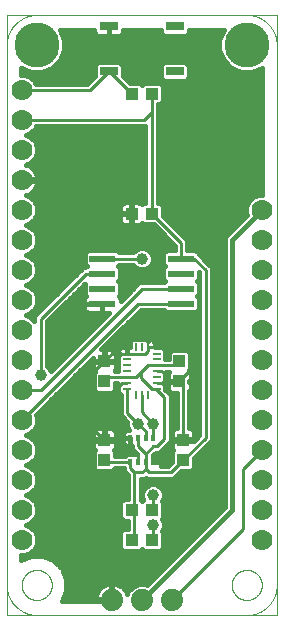
<source format=gtl>
G75*
%MOIN*%
%OFA0B0*%
%FSLAX25Y25*%
%IPPOS*%
%LPD*%
%AMOC8*
5,1,8,0,0,1.08239X$1,22.5*
%
%ADD10C,0.00000*%
%ADD11R,0.03937X0.04331*%
%ADD12C,0.07400*%
%ADD13C,0.15000*%
%ADD14C,0.07000*%
%ADD15R,0.04331X0.03937*%
%ADD16R,0.02657X0.00984*%
%ADD17R,0.00984X0.02657*%
%ADD18R,0.01378X0.01969*%
%ADD19R,0.06000X0.03000*%
%ADD20R,0.08661X0.02362*%
%ADD21C,0.01600*%
%ADD22C,0.01000*%
%ADD23C,0.03962*%
D10*
X0005000Y0004300D02*
X0005000Y0204261D01*
X0094951Y0204261D01*
X0094951Y0004300D01*
X0005000Y0004300D01*
X0005000Y0014300D02*
X0005000Y0194300D01*
X0005003Y0194542D01*
X0005012Y0194783D01*
X0005026Y0195024D01*
X0005047Y0195265D01*
X0005073Y0195505D01*
X0005105Y0195745D01*
X0005143Y0195984D01*
X0005186Y0196221D01*
X0005236Y0196458D01*
X0005291Y0196693D01*
X0005351Y0196927D01*
X0005418Y0197159D01*
X0005489Y0197390D01*
X0005567Y0197619D01*
X0005650Y0197846D01*
X0005738Y0198071D01*
X0005832Y0198294D01*
X0005931Y0198514D01*
X0006036Y0198732D01*
X0006145Y0198947D01*
X0006260Y0199160D01*
X0006380Y0199370D01*
X0006505Y0199576D01*
X0006635Y0199780D01*
X0006770Y0199981D01*
X0006910Y0200178D01*
X0007054Y0200372D01*
X0007203Y0200562D01*
X0007357Y0200748D01*
X0007515Y0200931D01*
X0007677Y0201110D01*
X0007844Y0201285D01*
X0008015Y0201456D01*
X0008190Y0201623D01*
X0008369Y0201785D01*
X0008552Y0201943D01*
X0008738Y0202097D01*
X0008928Y0202246D01*
X0009122Y0202390D01*
X0009319Y0202530D01*
X0009520Y0202665D01*
X0009724Y0202795D01*
X0009930Y0202920D01*
X0010140Y0203040D01*
X0010353Y0203155D01*
X0010568Y0203264D01*
X0010786Y0203369D01*
X0011006Y0203468D01*
X0011229Y0203562D01*
X0011454Y0203650D01*
X0011681Y0203733D01*
X0011910Y0203811D01*
X0012141Y0203882D01*
X0012373Y0203949D01*
X0012607Y0204009D01*
X0012842Y0204064D01*
X0013079Y0204114D01*
X0013316Y0204157D01*
X0013555Y0204195D01*
X0013795Y0204227D01*
X0014035Y0204253D01*
X0014276Y0204274D01*
X0014517Y0204288D01*
X0014758Y0204297D01*
X0015000Y0204300D01*
X0085000Y0204300D01*
X0085242Y0204297D01*
X0085483Y0204288D01*
X0085724Y0204274D01*
X0085965Y0204253D01*
X0086205Y0204227D01*
X0086445Y0204195D01*
X0086684Y0204157D01*
X0086921Y0204114D01*
X0087158Y0204064D01*
X0087393Y0204009D01*
X0087627Y0203949D01*
X0087859Y0203882D01*
X0088090Y0203811D01*
X0088319Y0203733D01*
X0088546Y0203650D01*
X0088771Y0203562D01*
X0088994Y0203468D01*
X0089214Y0203369D01*
X0089432Y0203264D01*
X0089647Y0203155D01*
X0089860Y0203040D01*
X0090070Y0202920D01*
X0090276Y0202795D01*
X0090480Y0202665D01*
X0090681Y0202530D01*
X0090878Y0202390D01*
X0091072Y0202246D01*
X0091262Y0202097D01*
X0091448Y0201943D01*
X0091631Y0201785D01*
X0091810Y0201623D01*
X0091985Y0201456D01*
X0092156Y0201285D01*
X0092323Y0201110D01*
X0092485Y0200931D01*
X0092643Y0200748D01*
X0092797Y0200562D01*
X0092946Y0200372D01*
X0093090Y0200178D01*
X0093230Y0199981D01*
X0093365Y0199780D01*
X0093495Y0199576D01*
X0093620Y0199370D01*
X0093740Y0199160D01*
X0093855Y0198947D01*
X0093964Y0198732D01*
X0094069Y0198514D01*
X0094168Y0198294D01*
X0094262Y0198071D01*
X0094350Y0197846D01*
X0094433Y0197619D01*
X0094511Y0197390D01*
X0094582Y0197159D01*
X0094649Y0196927D01*
X0094709Y0196693D01*
X0094764Y0196458D01*
X0094814Y0196221D01*
X0094857Y0195984D01*
X0094895Y0195745D01*
X0094927Y0195505D01*
X0094953Y0195265D01*
X0094974Y0195024D01*
X0094988Y0194783D01*
X0094997Y0194542D01*
X0095000Y0194300D01*
X0095000Y0014300D01*
X0080000Y0014300D02*
X0080002Y0014441D01*
X0080008Y0014582D01*
X0080018Y0014722D01*
X0080032Y0014862D01*
X0080050Y0015002D01*
X0080071Y0015141D01*
X0080097Y0015280D01*
X0080126Y0015418D01*
X0080160Y0015554D01*
X0080197Y0015690D01*
X0080238Y0015825D01*
X0080283Y0015959D01*
X0080332Y0016091D01*
X0080384Y0016222D01*
X0080440Y0016351D01*
X0080500Y0016478D01*
X0080563Y0016604D01*
X0080629Y0016728D01*
X0080700Y0016851D01*
X0080773Y0016971D01*
X0080850Y0017089D01*
X0080930Y0017205D01*
X0081014Y0017318D01*
X0081100Y0017429D01*
X0081190Y0017538D01*
X0081283Y0017644D01*
X0081378Y0017747D01*
X0081477Y0017848D01*
X0081578Y0017946D01*
X0081682Y0018041D01*
X0081789Y0018133D01*
X0081898Y0018222D01*
X0082010Y0018307D01*
X0082124Y0018390D01*
X0082240Y0018470D01*
X0082359Y0018546D01*
X0082480Y0018618D01*
X0082602Y0018688D01*
X0082727Y0018753D01*
X0082853Y0018816D01*
X0082981Y0018874D01*
X0083111Y0018929D01*
X0083242Y0018981D01*
X0083375Y0019028D01*
X0083509Y0019072D01*
X0083644Y0019113D01*
X0083780Y0019149D01*
X0083917Y0019181D01*
X0084055Y0019210D01*
X0084193Y0019235D01*
X0084333Y0019255D01*
X0084473Y0019272D01*
X0084613Y0019285D01*
X0084754Y0019294D01*
X0084894Y0019299D01*
X0085035Y0019300D01*
X0085176Y0019297D01*
X0085317Y0019290D01*
X0085457Y0019279D01*
X0085597Y0019264D01*
X0085737Y0019245D01*
X0085876Y0019223D01*
X0086014Y0019196D01*
X0086152Y0019166D01*
X0086288Y0019131D01*
X0086424Y0019093D01*
X0086558Y0019051D01*
X0086692Y0019005D01*
X0086824Y0018956D01*
X0086954Y0018902D01*
X0087083Y0018845D01*
X0087210Y0018785D01*
X0087336Y0018721D01*
X0087459Y0018653D01*
X0087581Y0018582D01*
X0087701Y0018508D01*
X0087818Y0018430D01*
X0087933Y0018349D01*
X0088046Y0018265D01*
X0088157Y0018178D01*
X0088265Y0018087D01*
X0088370Y0017994D01*
X0088473Y0017897D01*
X0088573Y0017798D01*
X0088670Y0017696D01*
X0088764Y0017591D01*
X0088855Y0017484D01*
X0088943Y0017374D01*
X0089028Y0017262D01*
X0089110Y0017147D01*
X0089189Y0017030D01*
X0089264Y0016911D01*
X0089336Y0016790D01*
X0089404Y0016667D01*
X0089469Y0016542D01*
X0089531Y0016415D01*
X0089588Y0016286D01*
X0089643Y0016156D01*
X0089693Y0016025D01*
X0089740Y0015892D01*
X0089783Y0015758D01*
X0089822Y0015622D01*
X0089857Y0015486D01*
X0089889Y0015349D01*
X0089916Y0015211D01*
X0089940Y0015072D01*
X0089960Y0014932D01*
X0089976Y0014792D01*
X0089988Y0014652D01*
X0089996Y0014511D01*
X0090000Y0014370D01*
X0090000Y0014230D01*
X0089996Y0014089D01*
X0089988Y0013948D01*
X0089976Y0013808D01*
X0089960Y0013668D01*
X0089940Y0013528D01*
X0089916Y0013389D01*
X0089889Y0013251D01*
X0089857Y0013114D01*
X0089822Y0012978D01*
X0089783Y0012842D01*
X0089740Y0012708D01*
X0089693Y0012575D01*
X0089643Y0012444D01*
X0089588Y0012314D01*
X0089531Y0012185D01*
X0089469Y0012058D01*
X0089404Y0011933D01*
X0089336Y0011810D01*
X0089264Y0011689D01*
X0089189Y0011570D01*
X0089110Y0011453D01*
X0089028Y0011338D01*
X0088943Y0011226D01*
X0088855Y0011116D01*
X0088764Y0011009D01*
X0088670Y0010904D01*
X0088573Y0010802D01*
X0088473Y0010703D01*
X0088370Y0010606D01*
X0088265Y0010513D01*
X0088157Y0010422D01*
X0088046Y0010335D01*
X0087933Y0010251D01*
X0087818Y0010170D01*
X0087701Y0010092D01*
X0087581Y0010018D01*
X0087459Y0009947D01*
X0087336Y0009879D01*
X0087210Y0009815D01*
X0087083Y0009755D01*
X0086954Y0009698D01*
X0086824Y0009644D01*
X0086692Y0009595D01*
X0086558Y0009549D01*
X0086424Y0009507D01*
X0086288Y0009469D01*
X0086152Y0009434D01*
X0086014Y0009404D01*
X0085876Y0009377D01*
X0085737Y0009355D01*
X0085597Y0009336D01*
X0085457Y0009321D01*
X0085317Y0009310D01*
X0085176Y0009303D01*
X0085035Y0009300D01*
X0084894Y0009301D01*
X0084754Y0009306D01*
X0084613Y0009315D01*
X0084473Y0009328D01*
X0084333Y0009345D01*
X0084193Y0009365D01*
X0084055Y0009390D01*
X0083917Y0009419D01*
X0083780Y0009451D01*
X0083644Y0009487D01*
X0083509Y0009528D01*
X0083375Y0009572D01*
X0083242Y0009619D01*
X0083111Y0009671D01*
X0082981Y0009726D01*
X0082853Y0009784D01*
X0082727Y0009847D01*
X0082602Y0009912D01*
X0082480Y0009982D01*
X0082359Y0010054D01*
X0082240Y0010130D01*
X0082124Y0010210D01*
X0082010Y0010293D01*
X0081898Y0010378D01*
X0081789Y0010467D01*
X0081682Y0010559D01*
X0081578Y0010654D01*
X0081477Y0010752D01*
X0081378Y0010853D01*
X0081283Y0010956D01*
X0081190Y0011062D01*
X0081100Y0011171D01*
X0081014Y0011282D01*
X0080930Y0011395D01*
X0080850Y0011511D01*
X0080773Y0011629D01*
X0080700Y0011749D01*
X0080629Y0011872D01*
X0080563Y0011996D01*
X0080500Y0012122D01*
X0080440Y0012249D01*
X0080384Y0012378D01*
X0080332Y0012509D01*
X0080283Y0012641D01*
X0080238Y0012775D01*
X0080197Y0012910D01*
X0080160Y0013046D01*
X0080126Y0013182D01*
X0080097Y0013320D01*
X0080071Y0013459D01*
X0080050Y0013598D01*
X0080032Y0013738D01*
X0080018Y0013878D01*
X0080008Y0014018D01*
X0080002Y0014159D01*
X0080000Y0014300D01*
X0085000Y0004300D02*
X0085242Y0004303D01*
X0085483Y0004312D01*
X0085724Y0004326D01*
X0085965Y0004347D01*
X0086205Y0004373D01*
X0086445Y0004405D01*
X0086684Y0004443D01*
X0086921Y0004486D01*
X0087158Y0004536D01*
X0087393Y0004591D01*
X0087627Y0004651D01*
X0087859Y0004718D01*
X0088090Y0004789D01*
X0088319Y0004867D01*
X0088546Y0004950D01*
X0088771Y0005038D01*
X0088994Y0005132D01*
X0089214Y0005231D01*
X0089432Y0005336D01*
X0089647Y0005445D01*
X0089860Y0005560D01*
X0090070Y0005680D01*
X0090276Y0005805D01*
X0090480Y0005935D01*
X0090681Y0006070D01*
X0090878Y0006210D01*
X0091072Y0006354D01*
X0091262Y0006503D01*
X0091448Y0006657D01*
X0091631Y0006815D01*
X0091810Y0006977D01*
X0091985Y0007144D01*
X0092156Y0007315D01*
X0092323Y0007490D01*
X0092485Y0007669D01*
X0092643Y0007852D01*
X0092797Y0008038D01*
X0092946Y0008228D01*
X0093090Y0008422D01*
X0093230Y0008619D01*
X0093365Y0008820D01*
X0093495Y0009024D01*
X0093620Y0009230D01*
X0093740Y0009440D01*
X0093855Y0009653D01*
X0093964Y0009868D01*
X0094069Y0010086D01*
X0094168Y0010306D01*
X0094262Y0010529D01*
X0094350Y0010754D01*
X0094433Y0010981D01*
X0094511Y0011210D01*
X0094582Y0011441D01*
X0094649Y0011673D01*
X0094709Y0011907D01*
X0094764Y0012142D01*
X0094814Y0012379D01*
X0094857Y0012616D01*
X0094895Y0012855D01*
X0094927Y0013095D01*
X0094953Y0013335D01*
X0094974Y0013576D01*
X0094988Y0013817D01*
X0094997Y0014058D01*
X0095000Y0014300D01*
X0085000Y0004300D02*
X0015000Y0004300D01*
X0010000Y0014300D02*
X0010002Y0014441D01*
X0010008Y0014582D01*
X0010018Y0014722D01*
X0010032Y0014862D01*
X0010050Y0015002D01*
X0010071Y0015141D01*
X0010097Y0015280D01*
X0010126Y0015418D01*
X0010160Y0015554D01*
X0010197Y0015690D01*
X0010238Y0015825D01*
X0010283Y0015959D01*
X0010332Y0016091D01*
X0010384Y0016222D01*
X0010440Y0016351D01*
X0010500Y0016478D01*
X0010563Y0016604D01*
X0010629Y0016728D01*
X0010700Y0016851D01*
X0010773Y0016971D01*
X0010850Y0017089D01*
X0010930Y0017205D01*
X0011014Y0017318D01*
X0011100Y0017429D01*
X0011190Y0017538D01*
X0011283Y0017644D01*
X0011378Y0017747D01*
X0011477Y0017848D01*
X0011578Y0017946D01*
X0011682Y0018041D01*
X0011789Y0018133D01*
X0011898Y0018222D01*
X0012010Y0018307D01*
X0012124Y0018390D01*
X0012240Y0018470D01*
X0012359Y0018546D01*
X0012480Y0018618D01*
X0012602Y0018688D01*
X0012727Y0018753D01*
X0012853Y0018816D01*
X0012981Y0018874D01*
X0013111Y0018929D01*
X0013242Y0018981D01*
X0013375Y0019028D01*
X0013509Y0019072D01*
X0013644Y0019113D01*
X0013780Y0019149D01*
X0013917Y0019181D01*
X0014055Y0019210D01*
X0014193Y0019235D01*
X0014333Y0019255D01*
X0014473Y0019272D01*
X0014613Y0019285D01*
X0014754Y0019294D01*
X0014894Y0019299D01*
X0015035Y0019300D01*
X0015176Y0019297D01*
X0015317Y0019290D01*
X0015457Y0019279D01*
X0015597Y0019264D01*
X0015737Y0019245D01*
X0015876Y0019223D01*
X0016014Y0019196D01*
X0016152Y0019166D01*
X0016288Y0019131D01*
X0016424Y0019093D01*
X0016558Y0019051D01*
X0016692Y0019005D01*
X0016824Y0018956D01*
X0016954Y0018902D01*
X0017083Y0018845D01*
X0017210Y0018785D01*
X0017336Y0018721D01*
X0017459Y0018653D01*
X0017581Y0018582D01*
X0017701Y0018508D01*
X0017818Y0018430D01*
X0017933Y0018349D01*
X0018046Y0018265D01*
X0018157Y0018178D01*
X0018265Y0018087D01*
X0018370Y0017994D01*
X0018473Y0017897D01*
X0018573Y0017798D01*
X0018670Y0017696D01*
X0018764Y0017591D01*
X0018855Y0017484D01*
X0018943Y0017374D01*
X0019028Y0017262D01*
X0019110Y0017147D01*
X0019189Y0017030D01*
X0019264Y0016911D01*
X0019336Y0016790D01*
X0019404Y0016667D01*
X0019469Y0016542D01*
X0019531Y0016415D01*
X0019588Y0016286D01*
X0019643Y0016156D01*
X0019693Y0016025D01*
X0019740Y0015892D01*
X0019783Y0015758D01*
X0019822Y0015622D01*
X0019857Y0015486D01*
X0019889Y0015349D01*
X0019916Y0015211D01*
X0019940Y0015072D01*
X0019960Y0014932D01*
X0019976Y0014792D01*
X0019988Y0014652D01*
X0019996Y0014511D01*
X0020000Y0014370D01*
X0020000Y0014230D01*
X0019996Y0014089D01*
X0019988Y0013948D01*
X0019976Y0013808D01*
X0019960Y0013668D01*
X0019940Y0013528D01*
X0019916Y0013389D01*
X0019889Y0013251D01*
X0019857Y0013114D01*
X0019822Y0012978D01*
X0019783Y0012842D01*
X0019740Y0012708D01*
X0019693Y0012575D01*
X0019643Y0012444D01*
X0019588Y0012314D01*
X0019531Y0012185D01*
X0019469Y0012058D01*
X0019404Y0011933D01*
X0019336Y0011810D01*
X0019264Y0011689D01*
X0019189Y0011570D01*
X0019110Y0011453D01*
X0019028Y0011338D01*
X0018943Y0011226D01*
X0018855Y0011116D01*
X0018764Y0011009D01*
X0018670Y0010904D01*
X0018573Y0010802D01*
X0018473Y0010703D01*
X0018370Y0010606D01*
X0018265Y0010513D01*
X0018157Y0010422D01*
X0018046Y0010335D01*
X0017933Y0010251D01*
X0017818Y0010170D01*
X0017701Y0010092D01*
X0017581Y0010018D01*
X0017459Y0009947D01*
X0017336Y0009879D01*
X0017210Y0009815D01*
X0017083Y0009755D01*
X0016954Y0009698D01*
X0016824Y0009644D01*
X0016692Y0009595D01*
X0016558Y0009549D01*
X0016424Y0009507D01*
X0016288Y0009469D01*
X0016152Y0009434D01*
X0016014Y0009404D01*
X0015876Y0009377D01*
X0015737Y0009355D01*
X0015597Y0009336D01*
X0015457Y0009321D01*
X0015317Y0009310D01*
X0015176Y0009303D01*
X0015035Y0009300D01*
X0014894Y0009301D01*
X0014754Y0009306D01*
X0014613Y0009315D01*
X0014473Y0009328D01*
X0014333Y0009345D01*
X0014193Y0009365D01*
X0014055Y0009390D01*
X0013917Y0009419D01*
X0013780Y0009451D01*
X0013644Y0009487D01*
X0013509Y0009528D01*
X0013375Y0009572D01*
X0013242Y0009619D01*
X0013111Y0009671D01*
X0012981Y0009726D01*
X0012853Y0009784D01*
X0012727Y0009847D01*
X0012602Y0009912D01*
X0012480Y0009982D01*
X0012359Y0010054D01*
X0012240Y0010130D01*
X0012124Y0010210D01*
X0012010Y0010293D01*
X0011898Y0010378D01*
X0011789Y0010467D01*
X0011682Y0010559D01*
X0011578Y0010654D01*
X0011477Y0010752D01*
X0011378Y0010853D01*
X0011283Y0010956D01*
X0011190Y0011062D01*
X0011100Y0011171D01*
X0011014Y0011282D01*
X0010930Y0011395D01*
X0010850Y0011511D01*
X0010773Y0011629D01*
X0010700Y0011749D01*
X0010629Y0011872D01*
X0010563Y0011996D01*
X0010500Y0012122D01*
X0010440Y0012249D01*
X0010384Y0012378D01*
X0010332Y0012509D01*
X0010283Y0012641D01*
X0010238Y0012775D01*
X0010197Y0012910D01*
X0010160Y0013046D01*
X0010126Y0013182D01*
X0010097Y0013320D01*
X0010071Y0013459D01*
X0010050Y0013598D01*
X0010032Y0013738D01*
X0010018Y0013878D01*
X0010008Y0014018D01*
X0010002Y0014159D01*
X0010000Y0014300D01*
X0005000Y0014300D02*
X0005003Y0014058D01*
X0005012Y0013817D01*
X0005026Y0013576D01*
X0005047Y0013335D01*
X0005073Y0013095D01*
X0005105Y0012855D01*
X0005143Y0012616D01*
X0005186Y0012379D01*
X0005236Y0012142D01*
X0005291Y0011907D01*
X0005351Y0011673D01*
X0005418Y0011441D01*
X0005489Y0011210D01*
X0005567Y0010981D01*
X0005650Y0010754D01*
X0005738Y0010529D01*
X0005832Y0010306D01*
X0005931Y0010086D01*
X0006036Y0009868D01*
X0006145Y0009653D01*
X0006260Y0009440D01*
X0006380Y0009230D01*
X0006505Y0009024D01*
X0006635Y0008820D01*
X0006770Y0008619D01*
X0006910Y0008422D01*
X0007054Y0008228D01*
X0007203Y0008038D01*
X0007357Y0007852D01*
X0007515Y0007669D01*
X0007677Y0007490D01*
X0007844Y0007315D01*
X0008015Y0007144D01*
X0008190Y0006977D01*
X0008369Y0006815D01*
X0008552Y0006657D01*
X0008738Y0006503D01*
X0008928Y0006354D01*
X0009122Y0006210D01*
X0009319Y0006070D01*
X0009520Y0005935D01*
X0009724Y0005805D01*
X0009930Y0005680D01*
X0010140Y0005560D01*
X0010353Y0005445D01*
X0010568Y0005336D01*
X0010786Y0005231D01*
X0011006Y0005132D01*
X0011229Y0005038D01*
X0011454Y0004950D01*
X0011681Y0004867D01*
X0011910Y0004789D01*
X0012141Y0004718D01*
X0012373Y0004651D01*
X0012607Y0004591D01*
X0012842Y0004536D01*
X0013079Y0004486D01*
X0013316Y0004443D01*
X0013555Y0004405D01*
X0013795Y0004373D01*
X0014035Y0004347D01*
X0014276Y0004326D01*
X0014517Y0004312D01*
X0014758Y0004303D01*
X0015000Y0004300D01*
D11*
X0037500Y0055954D03*
X0037500Y0062646D03*
X0037500Y0082204D03*
X0037500Y0088896D03*
X0062500Y0088896D03*
X0062500Y0082204D03*
X0063750Y0062646D03*
X0063750Y0055954D03*
D12*
X0060000Y0009300D03*
X0050000Y0009300D03*
X0040000Y0009300D03*
D13*
X0015000Y0194300D03*
X0085000Y0194300D03*
D14*
X0090000Y0139300D03*
X0090000Y0129300D03*
X0090000Y0119300D03*
X0090000Y0109300D03*
X0090000Y0099300D03*
X0090000Y0089300D03*
X0090000Y0079300D03*
X0090000Y0069300D03*
X0090000Y0059300D03*
X0090000Y0049300D03*
X0090000Y0039300D03*
X0090000Y0029300D03*
X0010000Y0029300D03*
X0010000Y0039300D03*
X0010000Y0049300D03*
X0010000Y0059300D03*
X0010000Y0069300D03*
X0010000Y0079300D03*
X0010000Y0089300D03*
X0010000Y0099300D03*
X0010000Y0109300D03*
X0010000Y0119300D03*
X0010000Y0129300D03*
X0010000Y0139300D03*
X0010000Y0149300D03*
X0010000Y0159300D03*
X0010000Y0169300D03*
X0010000Y0179300D03*
D15*
X0046654Y0178050D03*
X0053346Y0178050D03*
X0053346Y0138050D03*
X0046654Y0138050D03*
X0046654Y0039300D03*
X0046654Y0029300D03*
X0053346Y0029300D03*
X0053346Y0039300D03*
D16*
X0054970Y0079644D03*
X0054970Y0081613D03*
X0054970Y0083581D03*
X0054970Y0085550D03*
X0054970Y0087519D03*
X0054970Y0089487D03*
X0054970Y0091456D03*
X0045030Y0091456D03*
X0045030Y0089487D03*
X0045030Y0087519D03*
X0045030Y0085550D03*
X0045030Y0083581D03*
X0045030Y0081613D03*
X0045030Y0079644D03*
D17*
X0048031Y0077627D03*
X0050000Y0077627D03*
X0051969Y0077627D03*
X0051969Y0093473D03*
X0050000Y0093473D03*
X0048031Y0093473D03*
D18*
X0048720Y0063335D03*
X0051280Y0063335D03*
X0053839Y0063335D03*
X0053839Y0055265D03*
X0051280Y0055265D03*
X0048720Y0055265D03*
X0046161Y0055265D03*
X0046161Y0063335D03*
D19*
X0039000Y0185550D03*
X0039000Y0200550D03*
X0061000Y0200550D03*
X0061000Y0185550D03*
D20*
X0063110Y0123050D03*
X0063110Y0118050D03*
X0063110Y0113050D03*
X0063110Y0108050D03*
X0036890Y0108050D03*
X0036890Y0113050D03*
X0036890Y0118050D03*
X0036890Y0123050D03*
D21*
X0041883Y0125831D02*
X0031896Y0125831D01*
X0030959Y0124894D01*
X0030959Y0121206D01*
X0031615Y0120550D01*
X0031215Y0120150D01*
X0030380Y0120150D01*
X0029150Y0118920D01*
X0014150Y0103920D01*
X0014150Y0102362D01*
X0012889Y0103624D01*
X0011256Y0104300D01*
X0012889Y0104976D01*
X0014324Y0106411D01*
X0015100Y0108286D01*
X0015100Y0110314D01*
X0014324Y0112189D01*
X0012889Y0113624D01*
X0011256Y0114300D01*
X0012889Y0114976D01*
X0014324Y0116411D01*
X0015100Y0118286D01*
X0015100Y0120314D01*
X0014324Y0122189D01*
X0012889Y0123624D01*
X0011256Y0124300D01*
X0012889Y0124976D01*
X0014324Y0126411D01*
X0015100Y0128286D01*
X0015100Y0130314D01*
X0014324Y0132189D01*
X0012889Y0133624D01*
X0011256Y0134300D01*
X0012889Y0134976D01*
X0014324Y0136411D01*
X0015100Y0138286D01*
X0015100Y0140314D01*
X0014324Y0142189D01*
X0012889Y0143624D01*
X0011479Y0144208D01*
X0012034Y0144388D01*
X0012778Y0144767D01*
X0013453Y0145257D01*
X0014043Y0145847D01*
X0014533Y0146522D01*
X0014912Y0147266D01*
X0015169Y0148059D01*
X0015300Y0148883D01*
X0015300Y0149116D01*
X0010184Y0149116D01*
X0010184Y0149484D01*
X0015300Y0149484D01*
X0015300Y0149717D01*
X0015169Y0150541D01*
X0014912Y0151334D01*
X0014533Y0152078D01*
X0014043Y0152753D01*
X0013453Y0153343D01*
X0012778Y0153833D01*
X0012034Y0154212D01*
X0011479Y0154392D01*
X0012889Y0154976D01*
X0014324Y0156411D01*
X0015100Y0158286D01*
X0015100Y0160314D01*
X0014324Y0162189D01*
X0012889Y0163624D01*
X0011256Y0164300D01*
X0012889Y0164976D01*
X0014324Y0166411D01*
X0014650Y0167200D01*
X0051246Y0167200D01*
X0051246Y0141618D01*
X0050518Y0141618D01*
X0050141Y0141242D01*
X0049924Y0141459D01*
X0049514Y0141696D01*
X0049056Y0141818D01*
X0046838Y0141818D01*
X0046838Y0138234D01*
X0046469Y0138234D01*
X0046469Y0137866D01*
X0042688Y0137866D01*
X0042688Y0135845D01*
X0042811Y0135387D01*
X0043048Y0134976D01*
X0043383Y0134641D01*
X0043793Y0134404D01*
X0044251Y0134281D01*
X0046469Y0134281D01*
X0046469Y0137866D01*
X0046838Y0137866D01*
X0046838Y0134281D01*
X0049056Y0134281D01*
X0049514Y0134404D01*
X0049924Y0134641D01*
X0050141Y0134858D01*
X0050518Y0134481D01*
X0053945Y0134481D01*
X0061010Y0127416D01*
X0061010Y0125831D01*
X0058117Y0125831D01*
X0057180Y0124894D01*
X0057180Y0121206D01*
X0057836Y0120550D01*
X0057180Y0119894D01*
X0057180Y0116206D01*
X0057836Y0115550D01*
X0057436Y0115150D01*
X0049130Y0115150D01*
X0043020Y0109040D01*
X0043020Y0109468D01*
X0042898Y0109926D01*
X0042661Y0110336D01*
X0042326Y0110671D01*
X0042300Y0110686D01*
X0042820Y0111206D01*
X0042820Y0114894D01*
X0042164Y0115550D01*
X0042820Y0116206D01*
X0042820Y0119894D01*
X0042164Y0120550D01*
X0042564Y0120950D01*
X0047036Y0120950D01*
X0047971Y0120014D01*
X0049288Y0119469D01*
X0050712Y0119469D01*
X0052029Y0120014D01*
X0053036Y0121021D01*
X0053581Y0122338D01*
X0053581Y0123762D01*
X0053036Y0125079D01*
X0052029Y0126086D01*
X0050712Y0126631D01*
X0049288Y0126631D01*
X0047971Y0126086D01*
X0047036Y0125150D01*
X0042564Y0125150D01*
X0041883Y0125831D01*
X0041927Y0125787D02*
X0047672Y0125787D01*
X0046838Y0135378D02*
X0046469Y0135378D01*
X0046469Y0136976D02*
X0046838Y0136976D01*
X0046469Y0138234D02*
X0042688Y0138234D01*
X0042688Y0140255D01*
X0042811Y0140713D01*
X0043048Y0141124D01*
X0043383Y0141459D01*
X0043793Y0141696D01*
X0044251Y0141818D01*
X0046469Y0141818D01*
X0046469Y0138234D01*
X0046469Y0138575D02*
X0046838Y0138575D01*
X0046838Y0140173D02*
X0046469Y0140173D01*
X0046469Y0141772D02*
X0046838Y0141772D01*
X0049229Y0141772D02*
X0051246Y0141772D01*
X0051246Y0143370D02*
X0013142Y0143370D01*
X0013056Y0144969D02*
X0051246Y0144969D01*
X0051246Y0146568D02*
X0014556Y0146568D01*
X0015186Y0148166D02*
X0051246Y0148166D01*
X0051246Y0149765D02*
X0015292Y0149765D01*
X0014897Y0151363D02*
X0051246Y0151363D01*
X0051246Y0152962D02*
X0013834Y0152962D01*
X0014071Y0156159D02*
X0051246Y0156159D01*
X0051246Y0157757D02*
X0014881Y0157757D01*
X0015100Y0159356D02*
X0051246Y0159356D01*
X0051246Y0160954D02*
X0014835Y0160954D01*
X0013960Y0162553D02*
X0051246Y0162553D01*
X0051246Y0164151D02*
X0011615Y0164151D01*
X0013662Y0165750D02*
X0051246Y0165750D01*
X0055446Y0165750D02*
X0090151Y0165750D01*
X0090151Y0167348D02*
X0055446Y0167348D01*
X0055446Y0168947D02*
X0090151Y0168947D01*
X0090151Y0170545D02*
X0055446Y0170545D01*
X0055446Y0172144D02*
X0090151Y0172144D01*
X0090151Y0173742D02*
X0055446Y0173742D01*
X0055446Y0174481D02*
X0056175Y0174481D01*
X0057112Y0175419D01*
X0057112Y0180681D01*
X0056175Y0181618D01*
X0050518Y0181618D01*
X0050000Y0181100D01*
X0049482Y0181618D01*
X0046055Y0181618D01*
X0043600Y0184073D01*
X0043600Y0187713D01*
X0042663Y0188650D01*
X0035337Y0188650D01*
X0034400Y0187713D01*
X0034400Y0183920D01*
X0031880Y0181400D01*
X0014650Y0181400D01*
X0014324Y0182189D01*
X0012889Y0183624D01*
X0011014Y0184400D01*
X0009800Y0184400D01*
X0009800Y0186631D01*
X0009845Y0186585D01*
X0013190Y0185200D01*
X0016810Y0185200D01*
X0020155Y0186585D01*
X0022715Y0189145D01*
X0024100Y0192490D01*
X0024100Y0196110D01*
X0022715Y0199455D01*
X0022709Y0199461D01*
X0034200Y0199461D01*
X0034200Y0198813D01*
X0034323Y0198355D01*
X0034560Y0197945D01*
X0034895Y0197610D01*
X0035305Y0197373D01*
X0035763Y0197250D01*
X0039000Y0197250D01*
X0042237Y0197250D01*
X0042695Y0197373D01*
X0043105Y0197610D01*
X0043440Y0197945D01*
X0043677Y0198355D01*
X0043800Y0198813D01*
X0043800Y0199461D01*
X0056400Y0199461D01*
X0056400Y0198387D01*
X0057337Y0197450D01*
X0064663Y0197450D01*
X0065600Y0198387D01*
X0065600Y0199461D01*
X0077291Y0199461D01*
X0077285Y0199455D01*
X0075900Y0196110D01*
X0075900Y0192490D01*
X0077285Y0189145D01*
X0079845Y0186585D01*
X0083190Y0185200D01*
X0086810Y0185200D01*
X0090151Y0186584D01*
X0090151Y0144400D01*
X0088986Y0144400D01*
X0087111Y0143624D01*
X0085676Y0142189D01*
X0084900Y0140314D01*
X0084900Y0138286D01*
X0085103Y0137797D01*
X0078641Y0131335D01*
X0077965Y0130659D01*
X0077600Y0129777D01*
X0077600Y0040294D01*
X0051656Y0014351D01*
X0051054Y0014600D01*
X0048946Y0014600D01*
X0046998Y0013793D01*
X0045507Y0012302D01*
X0045115Y0011356D01*
X0045097Y0011411D01*
X0044704Y0012183D01*
X0044195Y0012883D01*
X0043583Y0013495D01*
X0042883Y0014004D01*
X0042111Y0014397D01*
X0041288Y0014665D01*
X0040433Y0014800D01*
X0040200Y0014800D01*
X0040200Y0009500D01*
X0039800Y0009500D01*
X0039800Y0014800D01*
X0039567Y0014800D01*
X0038712Y0014665D01*
X0037889Y0014397D01*
X0037117Y0014004D01*
X0036417Y0013495D01*
X0035805Y0012883D01*
X0035296Y0012183D01*
X0034903Y0011411D01*
X0034635Y0010588D01*
X0034500Y0009733D01*
X0034500Y0009500D01*
X0039800Y0009500D01*
X0039800Y0009100D01*
X0023454Y0009100D01*
X0024800Y0012351D01*
X0024800Y0016249D01*
X0023308Y0019851D01*
X0020551Y0022608D01*
X0016949Y0024100D01*
X0013051Y0024100D01*
X0009800Y0022754D01*
X0009800Y0024200D01*
X0011014Y0024200D01*
X0012889Y0024976D01*
X0014324Y0026411D01*
X0015100Y0028286D01*
X0015100Y0030314D01*
X0014324Y0032189D01*
X0012889Y0033624D01*
X0011256Y0034300D01*
X0012889Y0034976D01*
X0014324Y0036411D01*
X0015100Y0038286D01*
X0015100Y0040314D01*
X0014324Y0042189D01*
X0012889Y0043624D01*
X0011256Y0044300D01*
X0012889Y0044976D01*
X0014324Y0046411D01*
X0015100Y0048286D01*
X0015100Y0050314D01*
X0014324Y0052189D01*
X0012889Y0053624D01*
X0011256Y0054300D01*
X0012889Y0054976D01*
X0014324Y0056411D01*
X0015100Y0058286D01*
X0015100Y0060314D01*
X0014324Y0062189D01*
X0012889Y0063624D01*
X0011256Y0064300D01*
X0012889Y0064976D01*
X0014324Y0066411D01*
X0015100Y0068286D01*
X0015100Y0070314D01*
X0014773Y0071103D01*
X0033731Y0090062D01*
X0033731Y0089081D01*
X0037316Y0089081D01*
X0037316Y0092862D01*
X0036532Y0092862D01*
X0049620Y0105950D01*
X0057436Y0105950D01*
X0058117Y0105269D01*
X0068104Y0105269D01*
X0069041Y0106206D01*
X0069041Y0109894D01*
X0068385Y0110550D01*
X0069041Y0111206D01*
X0069041Y0114894D01*
X0068385Y0115550D01*
X0069041Y0116206D01*
X0069041Y0118539D01*
X0069150Y0118430D01*
X0069150Y0064323D01*
X0067289Y0062462D01*
X0065850Y0062462D01*
X0065850Y0062831D01*
X0067518Y0062831D01*
X0067518Y0065049D01*
X0067396Y0065507D01*
X0067159Y0065917D01*
X0066824Y0066252D01*
X0066413Y0066489D01*
X0065955Y0066612D01*
X0065850Y0066612D01*
X0065850Y0078874D01*
X0065909Y0078933D01*
X0066146Y0079343D01*
X0066268Y0079801D01*
X0066268Y0082019D01*
X0065850Y0082019D01*
X0065850Y0082388D01*
X0066268Y0082388D01*
X0066268Y0084606D01*
X0066146Y0085064D01*
X0065909Y0085474D01*
X0065692Y0085691D01*
X0066068Y0086068D01*
X0066068Y0091725D01*
X0065131Y0092662D01*
X0059869Y0092662D01*
X0058931Y0091725D01*
X0058931Y0089618D01*
X0057899Y0089618D01*
X0057899Y0092610D01*
X0056962Y0093548D01*
X0054261Y0093548D01*
X0054261Y0095039D01*
X0054138Y0095497D01*
X0053901Y0095907D01*
X0053566Y0096242D01*
X0053155Y0096479D01*
X0052698Y0096602D01*
X0051969Y0096602D01*
X0051969Y0095588D01*
X0051968Y0095588D01*
X0051968Y0096602D01*
X0051239Y0096602D01*
X0050782Y0096479D01*
X0050648Y0096402D01*
X0046877Y0096402D01*
X0045939Y0095465D01*
X0045939Y0093748D01*
X0045030Y0093748D01*
X0045030Y0091579D01*
X0045029Y0091579D01*
X0045029Y0093748D01*
X0043464Y0093748D01*
X0043006Y0093625D01*
X0042596Y0093388D01*
X0042260Y0093053D01*
X0042023Y0092642D01*
X0041901Y0092185D01*
X0041901Y0091456D01*
X0042914Y0091456D01*
X0042914Y0091455D01*
X0041901Y0091455D01*
X0041901Y0090726D01*
X0042023Y0090269D01*
X0042101Y0090135D01*
X0042101Y0085681D01*
X0040941Y0085681D01*
X0041146Y0086036D01*
X0041268Y0086494D01*
X0041268Y0088712D01*
X0037684Y0088712D01*
X0037684Y0089081D01*
X0037316Y0089081D01*
X0037316Y0088712D01*
X0033731Y0088712D01*
X0033731Y0086494D01*
X0033854Y0086036D01*
X0034091Y0085626D01*
X0034308Y0085409D01*
X0033931Y0085032D01*
X0033931Y0079375D01*
X0034869Y0078438D01*
X0040131Y0078438D01*
X0041068Y0079375D01*
X0041068Y0081481D01*
X0041901Y0081481D01*
X0041901Y0080884D01*
X0042023Y0080426D01*
X0042101Y0080292D01*
X0042101Y0078490D01*
X0042930Y0077661D01*
X0042930Y0070901D01*
X0045169Y0068661D01*
X0045169Y0067338D01*
X0045673Y0066120D01*
X0045235Y0066120D01*
X0044778Y0065997D01*
X0044367Y0065760D01*
X0044032Y0065425D01*
X0043795Y0065014D01*
X0043672Y0064557D01*
X0043672Y0063335D01*
X0043672Y0062114D01*
X0043795Y0061656D01*
X0044032Y0061246D01*
X0044367Y0060911D01*
X0044778Y0060674D01*
X0045235Y0060551D01*
X0046161Y0060551D01*
X0046161Y0063335D01*
X0046161Y0063335D01*
X0043672Y0063335D01*
X0046161Y0063335D01*
X0046161Y0063335D01*
X0046161Y0060551D01*
X0046620Y0060551D01*
X0046620Y0059710D01*
X0047851Y0058480D01*
X0048281Y0058049D01*
X0047795Y0058049D01*
X0047337Y0057926D01*
X0047203Y0057849D01*
X0044810Y0057849D01*
X0044325Y0057365D01*
X0041068Y0057365D01*
X0041068Y0058782D01*
X0040692Y0059159D01*
X0040909Y0059376D01*
X0041146Y0059786D01*
X0041268Y0060244D01*
X0041268Y0062462D01*
X0037684Y0062462D01*
X0037684Y0062831D01*
X0037316Y0062831D01*
X0037316Y0066612D01*
X0035295Y0066612D01*
X0034837Y0066489D01*
X0034426Y0066252D01*
X0034091Y0065917D01*
X0033854Y0065507D01*
X0033731Y0065049D01*
X0033731Y0062831D01*
X0037316Y0062831D01*
X0037316Y0062462D01*
X0033731Y0062462D01*
X0033731Y0060244D01*
X0033854Y0059786D01*
X0034091Y0059376D01*
X0034308Y0059159D01*
X0033931Y0058782D01*
X0033931Y0053125D01*
X0034869Y0052188D01*
X0040131Y0052188D01*
X0041068Y0053125D01*
X0041068Y0053165D01*
X0044061Y0053165D01*
X0044061Y0052269D01*
X0045292Y0051039D01*
X0045400Y0050930D01*
X0045400Y0042868D01*
X0043825Y0042868D01*
X0042888Y0041931D01*
X0042888Y0036669D01*
X0043825Y0035731D01*
X0045400Y0035731D01*
X0045400Y0032868D01*
X0043825Y0032868D01*
X0042888Y0031931D01*
X0042888Y0026669D01*
X0043825Y0025731D01*
X0049482Y0025731D01*
X0050000Y0026250D01*
X0050518Y0025731D01*
X0056175Y0025731D01*
X0057112Y0026669D01*
X0057112Y0031931D01*
X0056779Y0032264D01*
X0056786Y0032271D01*
X0057331Y0033588D01*
X0057331Y0035012D01*
X0056786Y0036329D01*
X0056779Y0036336D01*
X0057112Y0036669D01*
X0057112Y0041931D01*
X0056779Y0042264D01*
X0056786Y0042271D01*
X0057331Y0043588D01*
X0057331Y0045012D01*
X0056786Y0046329D01*
X0055779Y0047336D01*
X0054462Y0047881D01*
X0053038Y0047881D01*
X0051721Y0047336D01*
X0050714Y0046329D01*
X0050169Y0045012D01*
X0050169Y0043588D01*
X0050482Y0042832D01*
X0050000Y0042350D01*
X0049600Y0042750D01*
X0049600Y0049700D01*
X0050870Y0049700D01*
X0051250Y0050080D01*
X0051630Y0049700D01*
X0060466Y0049700D01*
X0061696Y0050930D01*
X0062954Y0052188D01*
X0066381Y0052188D01*
X0067318Y0053125D01*
X0067318Y0056552D01*
X0073350Y0062584D01*
X0073350Y0120170D01*
X0072120Y0121400D01*
X0069041Y0124479D01*
X0069041Y0124894D01*
X0068104Y0125831D01*
X0065210Y0125831D01*
X0065210Y0129156D01*
X0057112Y0137254D01*
X0057112Y0140681D01*
X0056175Y0141618D01*
X0055446Y0141618D01*
X0055446Y0174481D01*
X0057034Y0175341D02*
X0090151Y0175341D01*
X0090151Y0176939D02*
X0057112Y0176939D01*
X0057112Y0178538D02*
X0090151Y0178538D01*
X0090151Y0180136D02*
X0057112Y0180136D01*
X0057337Y0182450D02*
X0056400Y0183387D01*
X0056400Y0187713D01*
X0057337Y0188650D01*
X0064663Y0188650D01*
X0065600Y0187713D01*
X0065600Y0183387D01*
X0064663Y0182450D01*
X0057337Y0182450D01*
X0056454Y0183333D02*
X0044340Y0183333D01*
X0043600Y0184932D02*
X0056400Y0184932D01*
X0056400Y0186530D02*
X0043600Y0186530D01*
X0043184Y0188129D02*
X0056816Y0188129D01*
X0057067Y0197720D02*
X0043215Y0197720D01*
X0043800Y0199318D02*
X0056400Y0199318D01*
X0064933Y0197720D02*
X0076567Y0197720D01*
X0077229Y0199318D02*
X0065600Y0199318D01*
X0065184Y0188129D02*
X0078302Y0188129D01*
X0077044Y0189727D02*
X0022956Y0189727D01*
X0023618Y0191326D02*
X0076382Y0191326D01*
X0075900Y0192924D02*
X0024100Y0192924D01*
X0024100Y0194523D02*
X0075900Y0194523D01*
X0075905Y0196121D02*
X0024095Y0196121D01*
X0023433Y0197720D02*
X0034785Y0197720D01*
X0034200Y0199318D02*
X0022771Y0199318D01*
X0021698Y0188129D02*
X0034816Y0188129D01*
X0034400Y0186530D02*
X0020022Y0186530D01*
X0014512Y0181735D02*
X0032215Y0181735D01*
X0033813Y0183333D02*
X0013179Y0183333D01*
X0009800Y0184932D02*
X0034400Y0184932D01*
X0039000Y0197250D02*
X0039000Y0199461D01*
X0039000Y0197250D01*
X0039000Y0197720D02*
X0039000Y0197720D01*
X0039000Y0199318D02*
X0039000Y0199318D01*
X0039000Y0199461D02*
X0039000Y0199461D01*
X0045939Y0181735D02*
X0090151Y0181735D01*
X0090151Y0183333D02*
X0065546Y0183333D01*
X0065600Y0184932D02*
X0090151Y0184932D01*
X0090151Y0186530D02*
X0090022Y0186530D01*
X0079978Y0186530D02*
X0065600Y0186530D01*
X0055446Y0164151D02*
X0090151Y0164151D01*
X0090151Y0162553D02*
X0055446Y0162553D01*
X0055446Y0160954D02*
X0090151Y0160954D01*
X0090151Y0159356D02*
X0055446Y0159356D01*
X0055446Y0157757D02*
X0090151Y0157757D01*
X0090151Y0156159D02*
X0055446Y0156159D01*
X0055446Y0154560D02*
X0090151Y0154560D01*
X0090151Y0152962D02*
X0055446Y0152962D01*
X0055446Y0151363D02*
X0090151Y0151363D01*
X0090151Y0149765D02*
X0055446Y0149765D01*
X0055446Y0148166D02*
X0090151Y0148166D01*
X0090151Y0146568D02*
X0055446Y0146568D01*
X0055446Y0144969D02*
X0090151Y0144969D01*
X0086858Y0143370D02*
X0055446Y0143370D01*
X0055446Y0141772D02*
X0085504Y0141772D01*
X0084900Y0140173D02*
X0057112Y0140173D01*
X0057112Y0138575D02*
X0084900Y0138575D01*
X0084282Y0136976D02*
X0057390Y0136976D01*
X0058988Y0135378D02*
X0082684Y0135378D01*
X0081085Y0133779D02*
X0060587Y0133779D01*
X0062185Y0132181D02*
X0079487Y0132181D01*
X0077933Y0130582D02*
X0063784Y0130582D01*
X0065210Y0128984D02*
X0077600Y0128984D01*
X0077600Y0127385D02*
X0065210Y0127385D01*
X0068148Y0125787D02*
X0077600Y0125787D01*
X0077600Y0124188D02*
X0069331Y0124188D01*
X0070930Y0122590D02*
X0077600Y0122590D01*
X0077600Y0120991D02*
X0072529Y0120991D01*
X0073350Y0119393D02*
X0077600Y0119393D01*
X0077600Y0117794D02*
X0073350Y0117794D01*
X0073350Y0116196D02*
X0077600Y0116196D01*
X0077600Y0114597D02*
X0073350Y0114597D01*
X0073350Y0112999D02*
X0077600Y0112999D01*
X0077600Y0111400D02*
X0073350Y0111400D01*
X0073350Y0109802D02*
X0077600Y0109802D01*
X0077600Y0108203D02*
X0073350Y0108203D01*
X0073350Y0106605D02*
X0077600Y0106605D01*
X0077600Y0105006D02*
X0073350Y0105006D01*
X0073350Y0103408D02*
X0077600Y0103408D01*
X0077600Y0101809D02*
X0073350Y0101809D01*
X0073350Y0100211D02*
X0077600Y0100211D01*
X0077600Y0098612D02*
X0073350Y0098612D01*
X0073350Y0097014D02*
X0077600Y0097014D01*
X0077600Y0095415D02*
X0073350Y0095415D01*
X0073350Y0093817D02*
X0077600Y0093817D01*
X0077600Y0092218D02*
X0073350Y0092218D01*
X0073350Y0090620D02*
X0077600Y0090620D01*
X0077600Y0089021D02*
X0073350Y0089021D01*
X0073350Y0087423D02*
X0077600Y0087423D01*
X0077600Y0085824D02*
X0073350Y0085824D01*
X0073350Y0084226D02*
X0077600Y0084226D01*
X0077600Y0082627D02*
X0073350Y0082627D01*
X0073350Y0081029D02*
X0077600Y0081029D01*
X0077600Y0079430D02*
X0073350Y0079430D01*
X0073350Y0077832D02*
X0077600Y0077832D01*
X0077600Y0076233D02*
X0073350Y0076233D01*
X0073350Y0074634D02*
X0077600Y0074634D01*
X0077600Y0073036D02*
X0073350Y0073036D01*
X0073350Y0071437D02*
X0077600Y0071437D01*
X0077600Y0069839D02*
X0073350Y0069839D01*
X0073350Y0068240D02*
X0077600Y0068240D01*
X0077600Y0066642D02*
X0073350Y0066642D01*
X0073350Y0065043D02*
X0077600Y0065043D01*
X0077600Y0063445D02*
X0073350Y0063445D01*
X0072613Y0061846D02*
X0077600Y0061846D01*
X0077600Y0060248D02*
X0071014Y0060248D01*
X0069416Y0058649D02*
X0077600Y0058649D01*
X0077600Y0057051D02*
X0067817Y0057051D01*
X0067318Y0055452D02*
X0077600Y0055452D01*
X0077600Y0053854D02*
X0067318Y0053854D01*
X0066448Y0052255D02*
X0077600Y0052255D01*
X0077600Y0050657D02*
X0061423Y0050657D01*
X0058727Y0053900D02*
X0060181Y0055355D01*
X0060181Y0058782D01*
X0060558Y0059159D01*
X0060341Y0059376D01*
X0060104Y0059786D01*
X0059981Y0060244D01*
X0059981Y0062462D01*
X0061650Y0062462D01*
X0061650Y0062831D01*
X0059981Y0062831D01*
X0059981Y0065049D01*
X0060104Y0065507D01*
X0060341Y0065917D01*
X0060676Y0066252D01*
X0061087Y0066489D01*
X0061545Y0066612D01*
X0061650Y0066612D01*
X0061650Y0078238D01*
X0060295Y0078238D01*
X0059837Y0078361D01*
X0059426Y0078598D01*
X0059091Y0078933D01*
X0058854Y0079343D01*
X0058731Y0079801D01*
X0058731Y0082019D01*
X0061650Y0082019D01*
X0061650Y0082388D01*
X0058731Y0082388D01*
X0058731Y0084606D01*
X0058854Y0085064D01*
X0059059Y0085419D01*
X0058099Y0085419D01*
X0058099Y0084821D01*
X0057977Y0084363D01*
X0057899Y0084229D01*
X0057899Y0082934D01*
X0057977Y0082800D01*
X0058099Y0082342D01*
X0058099Y0081613D01*
X0057086Y0081613D01*
X0057086Y0081613D01*
X0058099Y0081613D01*
X0058099Y0080884D01*
X0057977Y0080426D01*
X0057899Y0080292D01*
X0057899Y0079371D01*
X0058370Y0078900D01*
X0059600Y0077670D01*
X0059600Y0062180D01*
X0057100Y0059680D01*
X0055870Y0058450D01*
X0054620Y0058450D01*
X0054219Y0058049D01*
X0054765Y0058049D01*
X0055222Y0057926D01*
X0055633Y0057689D01*
X0055968Y0057354D01*
X0056205Y0056944D01*
X0056328Y0056486D01*
X0056328Y0055265D01*
X0053839Y0055265D01*
X0053839Y0055264D01*
X0056328Y0055264D01*
X0056328Y0054043D01*
X0056289Y0053900D01*
X0058727Y0053900D01*
X0060181Y0055452D02*
X0056328Y0055452D01*
X0056143Y0057051D02*
X0060181Y0057051D01*
X0060181Y0058649D02*
X0056069Y0058649D01*
X0057668Y0060248D02*
X0059981Y0060248D01*
X0059981Y0061846D02*
X0059266Y0061846D01*
X0059600Y0063445D02*
X0059981Y0063445D01*
X0059981Y0065043D02*
X0059600Y0065043D01*
X0059600Y0066642D02*
X0061650Y0066642D01*
X0061650Y0068240D02*
X0059600Y0068240D01*
X0059600Y0069839D02*
X0061650Y0069839D01*
X0061650Y0071437D02*
X0059600Y0071437D01*
X0059600Y0073036D02*
X0061650Y0073036D01*
X0061650Y0074634D02*
X0059600Y0074634D01*
X0059600Y0076233D02*
X0061650Y0076233D01*
X0061650Y0077832D02*
X0059438Y0077832D01*
X0058831Y0079430D02*
X0057899Y0079430D01*
X0058099Y0081029D02*
X0058731Y0081029D01*
X0058731Y0082627D02*
X0058023Y0082627D01*
X0057086Y0081613D02*
X0057086Y0081613D01*
X0057899Y0084226D02*
X0058731Y0084226D01*
X0058931Y0090620D02*
X0057899Y0090620D01*
X0057899Y0092218D02*
X0059425Y0092218D01*
X0054261Y0093817D02*
X0069150Y0093817D01*
X0069150Y0095415D02*
X0054160Y0095415D01*
X0048676Y0105006D02*
X0069150Y0105006D01*
X0069150Y0103408D02*
X0047078Y0103408D01*
X0045479Y0101809D02*
X0069150Y0101809D01*
X0069150Y0100211D02*
X0043881Y0100211D01*
X0042282Y0098612D02*
X0069150Y0098612D01*
X0069150Y0097014D02*
X0040683Y0097014D01*
X0039085Y0095415D02*
X0045939Y0095415D01*
X0045939Y0093817D02*
X0037486Y0093817D01*
X0037684Y0092862D02*
X0037684Y0089081D01*
X0041268Y0089081D01*
X0041268Y0091299D01*
X0041146Y0091757D01*
X0040909Y0092167D01*
X0040574Y0092502D01*
X0040163Y0092739D01*
X0039705Y0092862D01*
X0037684Y0092862D01*
X0037684Y0092218D02*
X0037316Y0092218D01*
X0037316Y0090620D02*
X0037684Y0090620D01*
X0037684Y0089021D02*
X0042101Y0089021D01*
X0042101Y0087423D02*
X0041268Y0087423D01*
X0041023Y0085824D02*
X0042101Y0085824D01*
X0041929Y0090620D02*
X0041268Y0090620D01*
X0040858Y0092218D02*
X0041910Y0092218D01*
X0045029Y0092218D02*
X0045030Y0092218D01*
X0041901Y0081029D02*
X0041068Y0081029D01*
X0041068Y0079430D02*
X0042101Y0079430D01*
X0042759Y0077832D02*
X0021501Y0077832D01*
X0023100Y0079430D02*
X0033931Y0079430D01*
X0033931Y0081029D02*
X0024698Y0081029D01*
X0026297Y0082627D02*
X0033931Y0082627D01*
X0033931Y0084226D02*
X0027895Y0084226D01*
X0029494Y0085824D02*
X0033977Y0085824D01*
X0033731Y0087423D02*
X0031092Y0087423D01*
X0032691Y0089021D02*
X0037316Y0089021D01*
X0032592Y0098612D02*
X0018350Y0098612D01*
X0018350Y0097014D02*
X0030994Y0097014D01*
X0029395Y0095415D02*
X0018350Y0095415D01*
X0018350Y0093817D02*
X0027797Y0093817D01*
X0026198Y0092218D02*
X0018350Y0092218D01*
X0018350Y0090620D02*
X0024600Y0090620D01*
X0023001Y0089021D02*
X0018350Y0089021D01*
X0018350Y0087423D02*
X0021403Y0087423D01*
X0019804Y0085824D02*
X0019495Y0085824D01*
X0019585Y0085605D02*
X0019286Y0086329D01*
X0018350Y0087264D01*
X0018350Y0102180D01*
X0030959Y0114789D01*
X0030959Y0111206D01*
X0031479Y0110686D01*
X0031454Y0110671D01*
X0031119Y0110336D01*
X0030882Y0109926D01*
X0030759Y0109468D01*
X0030759Y0108050D01*
X0036890Y0108050D01*
X0036890Y0105069D01*
X0039049Y0105069D01*
X0019585Y0085605D01*
X0019903Y0076233D02*
X0042930Y0076233D01*
X0042930Y0074634D02*
X0018304Y0074634D01*
X0016706Y0073036D02*
X0042930Y0073036D01*
X0042930Y0071437D02*
X0015107Y0071437D01*
X0015100Y0069839D02*
X0043991Y0069839D01*
X0045169Y0068240D02*
X0015081Y0068240D01*
X0014419Y0066642D02*
X0045457Y0066642D01*
X0043812Y0065043D02*
X0041268Y0065043D01*
X0041268Y0065049D02*
X0041146Y0065507D01*
X0040909Y0065917D01*
X0040574Y0066252D01*
X0040163Y0066489D01*
X0039705Y0066612D01*
X0037684Y0066612D01*
X0037684Y0062831D01*
X0041268Y0062831D01*
X0041268Y0065049D01*
X0041268Y0063445D02*
X0043672Y0063445D01*
X0043744Y0061846D02*
X0041268Y0061846D01*
X0041268Y0060248D02*
X0046620Y0060248D01*
X0046161Y0061846D02*
X0046161Y0061846D01*
X0047681Y0058649D02*
X0041068Y0058649D01*
X0037684Y0063445D02*
X0037316Y0063445D01*
X0037316Y0065043D02*
X0037684Y0065043D01*
X0033731Y0065043D02*
X0012956Y0065043D01*
X0013068Y0063445D02*
X0033731Y0063445D01*
X0033731Y0061846D02*
X0014465Y0061846D01*
X0015100Y0060248D02*
X0033731Y0060248D01*
X0033931Y0058649D02*
X0015100Y0058649D01*
X0014589Y0057051D02*
X0033931Y0057051D01*
X0033931Y0055452D02*
X0013365Y0055452D01*
X0012333Y0053854D02*
X0033931Y0053854D01*
X0034802Y0052255D02*
X0014257Y0052255D01*
X0014958Y0050657D02*
X0045400Y0050657D01*
X0045400Y0049058D02*
X0015100Y0049058D01*
X0014758Y0047460D02*
X0045400Y0047460D01*
X0045400Y0045861D02*
X0013774Y0045861D01*
X0013848Y0042664D02*
X0043621Y0042664D01*
X0042888Y0041066D02*
X0014789Y0041066D01*
X0015100Y0039467D02*
X0042888Y0039467D01*
X0042888Y0037869D02*
X0014927Y0037869D01*
X0014183Y0036270D02*
X0043287Y0036270D01*
X0045400Y0034672D02*
X0012153Y0034672D01*
X0013439Y0033073D02*
X0045400Y0033073D01*
X0042888Y0031475D02*
X0014619Y0031475D01*
X0015100Y0029876D02*
X0042888Y0029876D01*
X0042888Y0028278D02*
X0015097Y0028278D01*
X0014435Y0026679D02*
X0042888Y0026679D01*
X0043038Y0013891D02*
X0047234Y0013891D01*
X0045503Y0012293D02*
X0044624Y0012293D01*
X0040200Y0012293D02*
X0039800Y0012293D01*
X0039800Y0013891D02*
X0040200Y0013891D01*
X0040200Y0010694D02*
X0039800Y0010694D01*
X0036962Y0013891D02*
X0024800Y0013891D01*
X0024800Y0015490D02*
X0052795Y0015490D01*
X0054394Y0017088D02*
X0024453Y0017088D01*
X0023790Y0018687D02*
X0055993Y0018687D01*
X0057591Y0020285D02*
X0022874Y0020285D01*
X0021276Y0021884D02*
X0059190Y0021884D01*
X0060788Y0023482D02*
X0018441Y0023482D01*
X0012993Y0025081D02*
X0062387Y0025081D01*
X0063985Y0026679D02*
X0057112Y0026679D01*
X0057112Y0028278D02*
X0065584Y0028278D01*
X0067182Y0029876D02*
X0057112Y0029876D01*
X0057112Y0031475D02*
X0068781Y0031475D01*
X0070379Y0033073D02*
X0057118Y0033073D01*
X0057331Y0034672D02*
X0071978Y0034672D01*
X0073576Y0036270D02*
X0056810Y0036270D01*
X0057112Y0037869D02*
X0075175Y0037869D01*
X0076773Y0039467D02*
X0057112Y0039467D01*
X0057112Y0041066D02*
X0077600Y0041066D01*
X0077600Y0042664D02*
X0056949Y0042664D01*
X0057331Y0044263D02*
X0077600Y0044263D01*
X0077600Y0045861D02*
X0056979Y0045861D01*
X0055479Y0047460D02*
X0077600Y0047460D01*
X0077600Y0049058D02*
X0049600Y0049058D01*
X0049600Y0047460D02*
X0052021Y0047460D01*
X0050521Y0045861D02*
X0049600Y0045861D01*
X0049600Y0044263D02*
X0050169Y0044263D01*
X0050314Y0042664D02*
X0049686Y0042664D01*
X0045400Y0044263D02*
X0011346Y0044263D01*
X0011559Y0023482D02*
X0009800Y0023482D01*
X0024114Y0010694D02*
X0034670Y0010694D01*
X0035376Y0012293D02*
X0024776Y0012293D01*
X0040198Y0052255D02*
X0044075Y0052255D01*
X0053839Y0055265D02*
X0053839Y0057669D01*
X0053839Y0055265D01*
X0053839Y0055265D01*
X0053839Y0055452D02*
X0053839Y0055452D01*
X0053839Y0057051D02*
X0053839Y0057051D01*
X0053839Y0057669D02*
X0053839Y0057669D01*
X0065850Y0066642D02*
X0069150Y0066642D01*
X0069150Y0068240D02*
X0065850Y0068240D01*
X0065850Y0069839D02*
X0069150Y0069839D01*
X0069150Y0071437D02*
X0065850Y0071437D01*
X0065850Y0073036D02*
X0069150Y0073036D01*
X0069150Y0074634D02*
X0065850Y0074634D01*
X0065850Y0076233D02*
X0069150Y0076233D01*
X0069150Y0077832D02*
X0065850Y0077832D01*
X0066169Y0079430D02*
X0069150Y0079430D01*
X0069150Y0081029D02*
X0066268Y0081029D01*
X0066268Y0082627D02*
X0069150Y0082627D01*
X0069150Y0084226D02*
X0066268Y0084226D01*
X0065824Y0085824D02*
X0069150Y0085824D01*
X0069150Y0087423D02*
X0066068Y0087423D01*
X0066068Y0089021D02*
X0069150Y0089021D01*
X0069150Y0090620D02*
X0066068Y0090620D01*
X0065575Y0092218D02*
X0069150Y0092218D01*
X0069041Y0106605D02*
X0069150Y0106605D01*
X0069150Y0108203D02*
X0069041Y0108203D01*
X0069041Y0109802D02*
X0069150Y0109802D01*
X0069150Y0111400D02*
X0069041Y0111400D01*
X0069041Y0112999D02*
X0069150Y0112999D01*
X0069150Y0114597D02*
X0069041Y0114597D01*
X0069031Y0116196D02*
X0069150Y0116196D01*
X0069150Y0117794D02*
X0069041Y0117794D01*
X0061010Y0127385D02*
X0014727Y0127385D01*
X0015100Y0128984D02*
X0059443Y0128984D01*
X0057844Y0130582D02*
X0014989Y0130582D01*
X0014327Y0132181D02*
X0056246Y0132181D01*
X0054647Y0133779D02*
X0012513Y0133779D01*
X0013290Y0135378D02*
X0042816Y0135378D01*
X0042688Y0136976D02*
X0014558Y0136976D01*
X0015100Y0138575D02*
X0042688Y0138575D01*
X0042688Y0140173D02*
X0015100Y0140173D01*
X0014496Y0141772D02*
X0044078Y0141772D01*
X0051246Y0154560D02*
X0011884Y0154560D01*
X0013699Y0125787D02*
X0031852Y0125787D01*
X0030959Y0124188D02*
X0011525Y0124188D01*
X0013923Y0122590D02*
X0030959Y0122590D01*
X0031174Y0120991D02*
X0014820Y0120991D01*
X0015100Y0119393D02*
X0029623Y0119393D01*
X0028024Y0117794D02*
X0014897Y0117794D01*
X0014108Y0116196D02*
X0026426Y0116196D01*
X0024827Y0114597D02*
X0011974Y0114597D01*
X0013514Y0112999D02*
X0023229Y0112999D01*
X0021630Y0111400D02*
X0014650Y0111400D01*
X0015100Y0109802D02*
X0020032Y0109802D01*
X0018433Y0108203D02*
X0015066Y0108203D01*
X0014404Y0106605D02*
X0016835Y0106605D01*
X0015236Y0105006D02*
X0012919Y0105006D01*
X0013105Y0103408D02*
X0014150Y0103408D01*
X0018350Y0101809D02*
X0035789Y0101809D01*
X0034191Y0100211D02*
X0018350Y0100211D01*
X0019578Y0103408D02*
X0037388Y0103408D01*
X0036890Y0105069D02*
X0036890Y0108050D01*
X0036890Y0108050D01*
X0030759Y0108050D01*
X0030759Y0106632D01*
X0030882Y0106174D01*
X0031119Y0105764D01*
X0031454Y0105429D01*
X0031864Y0105192D01*
X0032322Y0105069D01*
X0036890Y0105069D01*
X0036890Y0106605D02*
X0036890Y0106605D01*
X0036890Y0108050D02*
X0036890Y0108050D01*
X0038986Y0105006D02*
X0021176Y0105006D01*
X0022775Y0106605D02*
X0030766Y0106605D01*
X0030759Y0108203D02*
X0024373Y0108203D01*
X0025972Y0109802D02*
X0030848Y0109802D01*
X0030959Y0111400D02*
X0027570Y0111400D01*
X0029169Y0112999D02*
X0030959Y0112999D01*
X0030959Y0114597D02*
X0030767Y0114597D01*
X0042820Y0114597D02*
X0048577Y0114597D01*
X0046979Y0112999D02*
X0042820Y0112999D01*
X0042820Y0111400D02*
X0045380Y0111400D01*
X0043782Y0109802D02*
X0042931Y0109802D01*
X0042810Y0116196D02*
X0057190Y0116196D01*
X0057180Y0117794D02*
X0042820Y0117794D01*
X0042820Y0119393D02*
X0057180Y0119393D01*
X0057394Y0120991D02*
X0053006Y0120991D01*
X0053581Y0122590D02*
X0057180Y0122590D01*
X0057180Y0124188D02*
X0053405Y0124188D01*
X0052328Y0125787D02*
X0058073Y0125787D01*
X0080000Y0129300D02*
X0080000Y0039300D01*
X0050000Y0009300D01*
X0067518Y0063445D02*
X0068272Y0063445D01*
X0067518Y0065043D02*
X0069150Y0065043D01*
X0080000Y0129300D02*
X0090000Y0139300D01*
X0009978Y0186530D02*
X0009800Y0186530D01*
D22*
X0010000Y0179300D02*
X0032750Y0179300D01*
X0039000Y0185550D01*
X0039154Y0185550D01*
X0046654Y0178050D01*
X0053346Y0171800D02*
X0050846Y0169300D01*
X0010000Y0169300D01*
X0031250Y0118050D02*
X0036890Y0118050D01*
X0036890Y0123050D02*
X0050000Y0123050D01*
X0050000Y0113050D02*
X0016250Y0079300D01*
X0010000Y0079300D01*
X0010000Y0069300D02*
X0048750Y0108050D01*
X0063110Y0108050D01*
X0063110Y0113050D02*
X0050000Y0113050D01*
X0051969Y0093552D02*
X0065157Y0093552D01*
X0067047Y0091662D01*
X0067106Y0086849D01*
X0062500Y0082204D01*
X0061171Y0082204D01*
X0060571Y0081603D01*
X0056476Y0081603D01*
X0057776Y0082646D01*
X0057776Y0084576D01*
X0056427Y0085530D01*
X0054970Y0085550D01*
X0054970Y0087519D02*
X0061073Y0087519D01*
X0062096Y0088896D01*
X0062500Y0088896D01*
X0063750Y0081800D02*
X0063750Y0063050D01*
X0063750Y0062646D02*
X0061220Y0062646D01*
X0053839Y0055265D01*
X0053839Y0055461D01*
X0053750Y0055550D01*
X0051250Y0058050D02*
X0053750Y0060550D01*
X0055000Y0060550D01*
X0057500Y0063050D01*
X0057500Y0076800D01*
X0054646Y0079654D01*
X0053425Y0079654D01*
X0049779Y0083301D01*
X0049779Y0085329D01*
X0051969Y0087519D01*
X0054970Y0087519D01*
X0051004Y0091446D02*
X0051969Y0092410D01*
X0051988Y0092430D01*
X0051988Y0093532D01*
X0051969Y0093552D01*
X0051969Y0093473D02*
X0051969Y0092410D01*
X0051004Y0091446D02*
X0045039Y0091446D01*
X0045030Y0091456D01*
X0040059Y0091456D01*
X0037500Y0088896D01*
X0032874Y0084310D01*
X0032854Y0079438D01*
X0033976Y0078335D01*
X0041142Y0078355D01*
X0034055Y0078355D01*
X0032500Y0076800D01*
X0032500Y0067646D01*
X0037500Y0062646D01*
X0038189Y0063335D01*
X0046161Y0063335D01*
X0046250Y0063247D01*
X0046250Y0060550D01*
X0048720Y0058080D01*
X0048720Y0055265D01*
X0051250Y0055294D02*
X0051250Y0058050D01*
X0048720Y0060580D01*
X0048720Y0063335D01*
X0051250Y0063365D02*
X0051280Y0063335D01*
X0051250Y0063365D02*
X0051250Y0065550D01*
X0048750Y0068050D01*
X0045030Y0071770D01*
X0045030Y0079644D01*
X0045030Y0081613D02*
X0043317Y0081613D01*
X0042421Y0080717D01*
X0042421Y0079635D01*
X0041142Y0078355D01*
X0037904Y0082204D02*
X0038632Y0083581D01*
X0045030Y0083581D01*
X0045354Y0083591D01*
X0048041Y0083591D01*
X0049779Y0085329D01*
X0050000Y0077627D02*
X0050000Y0071800D01*
X0053750Y0068050D01*
X0053839Y0067961D01*
X0053839Y0063335D01*
X0051250Y0055294D02*
X0051280Y0055265D01*
X0051250Y0055235D01*
X0051250Y0053050D01*
X0050000Y0051800D01*
X0047500Y0051800D01*
X0047500Y0040146D01*
X0046654Y0039300D01*
X0047500Y0038454D01*
X0047500Y0030550D01*
X0046654Y0029704D01*
X0046654Y0029300D01*
X0053346Y0029300D02*
X0053750Y0029704D01*
X0053750Y0034300D01*
X0053346Y0039300D02*
X0053750Y0039704D01*
X0053750Y0044300D01*
X0052500Y0051800D02*
X0051280Y0053020D01*
X0051280Y0055265D01*
X0052500Y0051800D02*
X0059596Y0051800D01*
X0063750Y0055954D01*
X0071250Y0063454D01*
X0071250Y0119300D01*
X0067500Y0123050D01*
X0063110Y0123050D01*
X0063110Y0128286D01*
X0053346Y0138050D01*
X0053346Y0171800D01*
X0053346Y0178050D01*
X0031250Y0118050D02*
X0016250Y0103050D01*
X0016250Y0084300D01*
X0037500Y0082204D02*
X0037904Y0082204D01*
X0037500Y0055954D02*
X0038189Y0055265D01*
X0046161Y0055265D01*
X0046161Y0053139D01*
X0047500Y0051800D01*
X0054646Y0079654D02*
X0054961Y0079654D01*
X0054970Y0079644D01*
X0054980Y0081603D02*
X0056476Y0081603D01*
X0054980Y0081603D02*
X0054970Y0081613D01*
X0083750Y0053050D02*
X0083750Y0033050D01*
X0060000Y0009300D01*
X0083750Y0053050D02*
X0090000Y0059300D01*
D23*
X0053750Y0068050D03*
X0048750Y0068050D03*
X0053750Y0044300D03*
X0053750Y0034300D03*
X0026250Y0100550D03*
X0016250Y0084300D03*
X0050000Y0123050D03*
M02*

</source>
